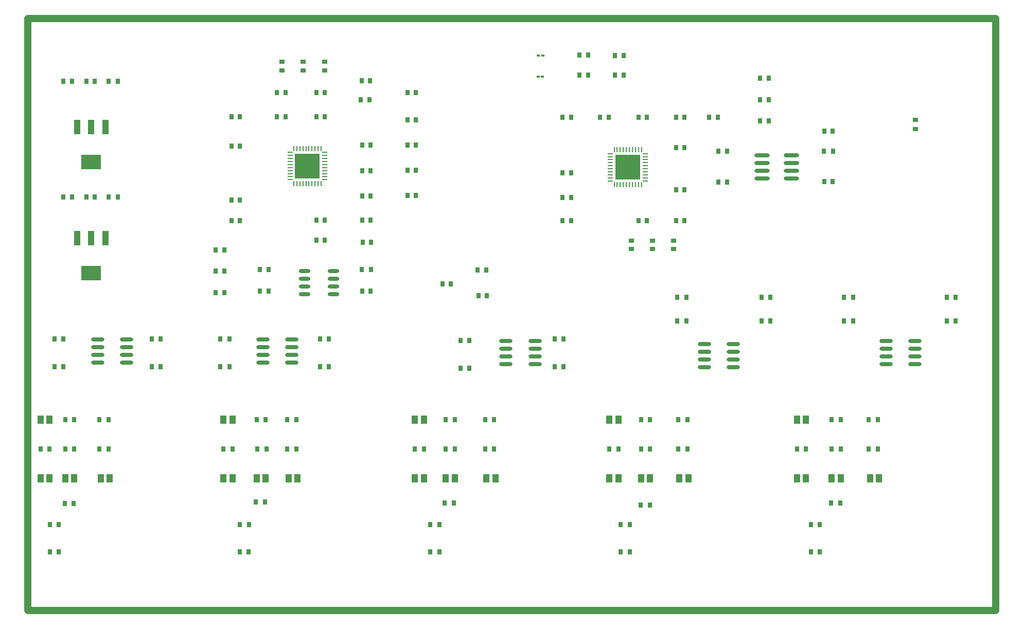
<source format=gtp>
G04 Layer_Color=8421504*
%FSLAX25Y25*%
%MOIN*%
G70*
G01*
G75*
%ADD10R,0.04331X0.05512*%
%ADD11R,0.02756X0.03543*%
%ADD12O,0.09843X0.02756*%
%ADD13O,0.08661X0.02362*%
%ADD14R,0.03543X0.02756*%
%ADD15R,0.03150X0.03543*%
%ADD16R,0.03543X0.03150*%
%ADD17R,0.01969X0.01181*%
%ADD18R,0.03937X0.09449*%
%ADD19R,0.12992X0.09449*%
%ADD20O,0.07480X0.02362*%
%ADD21R,0.16142X0.16142*%
%ADD22O,0.03740X0.00984*%
%ADD23O,0.00984X0.03740*%
%ADD25C,0.04724*%
D10*
X502953Y185500D02*
D03*
X497047D02*
D03*
X350547Y223500D02*
D03*
X356453D02*
D03*
X253953Y185500D02*
D03*
X248047D02*
D03*
X108047Y185500D02*
D03*
X113953D02*
D03*
X108047Y223500D02*
D03*
X113953D02*
D03*
X129953Y185500D02*
D03*
X124047D02*
D03*
X226547Y185500D02*
D03*
X232453D02*
D03*
X226547Y223500D02*
D03*
X232453D02*
D03*
X350547Y185500D02*
D03*
X356453D02*
D03*
X376453Y185500D02*
D03*
X370547D02*
D03*
X476547Y185500D02*
D03*
X482453D02*
D03*
X476547Y223500D02*
D03*
X482453D02*
D03*
X598047Y185500D02*
D03*
X603953D02*
D03*
X598047Y223500D02*
D03*
X603953D02*
D03*
X626453Y185500D02*
D03*
X620547D02*
D03*
X527853D02*
D03*
X521947D02*
D03*
X402753Y185500D02*
D03*
X396847D02*
D03*
X274640D02*
D03*
X268735D02*
D03*
X152940D02*
D03*
X147035D02*
D03*
X651253Y185500D02*
D03*
X645347D02*
D03*
D11*
X376453Y223500D02*
D03*
X370547D02*
D03*
X253953D02*
D03*
X248047D02*
D03*
X129953D02*
D03*
X124047D02*
D03*
X226547Y204500D02*
D03*
X232453D02*
D03*
X248547D02*
D03*
X254453D02*
D03*
X124047D02*
D03*
X129953D02*
D03*
X108047D02*
D03*
X113953D02*
D03*
X462953Y447000D02*
D03*
X457047D02*
D03*
X480047D02*
D03*
X485953D02*
D03*
X462953Y460000D02*
D03*
X457047D02*
D03*
X480047Y459500D02*
D03*
X485953D02*
D03*
X230453Y276000D02*
D03*
X224547D02*
D03*
X230453Y258000D02*
D03*
X224547D02*
D03*
X634453Y287500D02*
D03*
X628547D02*
D03*
X634453Y303000D02*
D03*
X628547D02*
D03*
X122953Y276000D02*
D03*
X117047D02*
D03*
X122953Y258000D02*
D03*
X117047D02*
D03*
X385953Y275000D02*
D03*
X380047D02*
D03*
X385953Y257000D02*
D03*
X380047D02*
D03*
X526453Y303000D02*
D03*
X520547D02*
D03*
X526453Y287500D02*
D03*
X520547D02*
D03*
X180047Y276000D02*
D03*
X185953D02*
D03*
Y258000D02*
D03*
X180047D02*
D03*
X119953Y155500D02*
D03*
X114047D02*
D03*
Y138000D02*
D03*
X119953D02*
D03*
X289047Y276000D02*
D03*
X294953D02*
D03*
Y258000D02*
D03*
X289047D02*
D03*
X243203Y155500D02*
D03*
X237297D02*
D03*
X237047Y138000D02*
D03*
X242953D02*
D03*
X612953Y155500D02*
D03*
X607047D02*
D03*
X607047Y138000D02*
D03*
X612953D02*
D03*
X695094Y303000D02*
D03*
X701000D02*
D03*
Y287500D02*
D03*
X695094D02*
D03*
X441047Y276000D02*
D03*
X446953D02*
D03*
X446953Y258000D02*
D03*
X441047D02*
D03*
X366453Y155500D02*
D03*
X360547D02*
D03*
Y138000D02*
D03*
X366453D02*
D03*
X575047Y303000D02*
D03*
X580953D02*
D03*
Y287500D02*
D03*
X575047D02*
D03*
X489703Y155500D02*
D03*
X483797D02*
D03*
X483797Y138000D02*
D03*
X489703D02*
D03*
X322197Y321000D02*
D03*
X316291D02*
D03*
X370547Y204500D02*
D03*
X376453D02*
D03*
X350547D02*
D03*
X356453D02*
D03*
X497047D02*
D03*
X502953D02*
D03*
X476547D02*
D03*
X482453D02*
D03*
X620547D02*
D03*
X626453D02*
D03*
Y223500D02*
D03*
X620547D02*
D03*
X598047Y204500D02*
D03*
X603953D02*
D03*
X158215Y368000D02*
D03*
X152309D02*
D03*
Y443000D02*
D03*
X158215D02*
D03*
X621453Y397500D02*
D03*
X615547D02*
D03*
X502853Y168400D02*
D03*
X496947D02*
D03*
X527065Y223500D02*
D03*
X521160D02*
D03*
X527065Y204500D02*
D03*
X521160D02*
D03*
X375753Y169500D02*
D03*
X369847D02*
D03*
X401965Y223500D02*
D03*
X396060D02*
D03*
X401965Y204500D02*
D03*
X396060D02*
D03*
X273853Y223500D02*
D03*
X267947D02*
D03*
X273853Y204500D02*
D03*
X267947D02*
D03*
X152153D02*
D03*
X146247D02*
D03*
X152153Y223500D02*
D03*
X146247D02*
D03*
X626153Y169500D02*
D03*
X620247D02*
D03*
X650465Y223500D02*
D03*
X644560D02*
D03*
X650465Y204500D02*
D03*
X644560D02*
D03*
X129653Y169300D02*
D03*
X123747D02*
D03*
X253453Y170300D02*
D03*
X247547D02*
D03*
X502953Y223500D02*
D03*
X497047D02*
D03*
D12*
X594646Y380000D02*
D03*
Y385000D02*
D03*
Y390000D02*
D03*
Y395000D02*
D03*
X575354Y380000D02*
D03*
Y385000D02*
D03*
Y390000D02*
D03*
Y395000D02*
D03*
D13*
X270913Y260500D02*
D03*
Y265500D02*
D03*
Y270500D02*
D03*
Y275500D02*
D03*
X252015Y260500D02*
D03*
Y265500D02*
D03*
Y270500D02*
D03*
Y275500D02*
D03*
X428449Y259500D02*
D03*
Y264500D02*
D03*
Y269500D02*
D03*
Y274500D02*
D03*
X409551Y259500D02*
D03*
Y264500D02*
D03*
Y269500D02*
D03*
Y274500D02*
D03*
X556949Y257500D02*
D03*
Y262500D02*
D03*
Y267500D02*
D03*
Y272500D02*
D03*
X538051Y257500D02*
D03*
Y262500D02*
D03*
Y267500D02*
D03*
Y272500D02*
D03*
X163949Y260500D02*
D03*
Y265500D02*
D03*
Y270500D02*
D03*
Y275500D02*
D03*
X145051Y260500D02*
D03*
Y265500D02*
D03*
Y270500D02*
D03*
Y275500D02*
D03*
X674579Y259500D02*
D03*
Y264500D02*
D03*
Y269500D02*
D03*
Y274500D02*
D03*
X655681Y259500D02*
D03*
Y264500D02*
D03*
Y269500D02*
D03*
Y274500D02*
D03*
D14*
X675000Y417953D02*
D03*
Y412047D02*
D03*
D15*
X128518Y368000D02*
D03*
X123006D02*
D03*
X137756D02*
D03*
X143268D02*
D03*
X446244Y367750D02*
D03*
X451756D02*
D03*
X261244Y435500D02*
D03*
X266756D02*
D03*
X292256D02*
D03*
X286744D02*
D03*
X261244Y420000D02*
D03*
X266756D02*
D03*
X574244Y444800D02*
D03*
X579756D02*
D03*
X574244Y431000D02*
D03*
X579756D02*
D03*
X574244Y417200D02*
D03*
X579756D02*
D03*
X351256Y418000D02*
D03*
X345744D02*
D03*
X316088Y443233D02*
D03*
X321600D02*
D03*
X351256Y435500D02*
D03*
X345744D02*
D03*
X316488Y307000D02*
D03*
X322000D02*
D03*
X255756D02*
D03*
X250244D02*
D03*
X255756Y321000D02*
D03*
X250244D02*
D03*
X321056Y430900D02*
D03*
X315544D02*
D03*
X237256Y420000D02*
D03*
X231744D02*
D03*
X351256Y385333D02*
D03*
X345744D02*
D03*
X322000Y385083D02*
D03*
X316488D02*
D03*
X351256Y369000D02*
D03*
X345744D02*
D03*
X292256Y340000D02*
D03*
X286744D02*
D03*
X292256Y353000D02*
D03*
X286744D02*
D03*
X322000D02*
D03*
X316488D02*
D03*
X322256Y338500D02*
D03*
X316744D02*
D03*
X397256Y304000D02*
D03*
X391744D02*
D03*
X391244Y320500D02*
D03*
X396756D02*
D03*
X368488Y311500D02*
D03*
X374000D02*
D03*
X227056Y306000D02*
D03*
X221544D02*
D03*
X227056Y319800D02*
D03*
X221544D02*
D03*
X227056Y333600D02*
D03*
X221544D02*
D03*
X525256Y419500D02*
D03*
X519744D02*
D03*
X495439Y419500D02*
D03*
X500951D02*
D03*
X525256Y400000D02*
D03*
X519744D02*
D03*
X552756Y377500D02*
D03*
X547244D02*
D03*
X615744Y378000D02*
D03*
X621256D02*
D03*
X470577Y419500D02*
D03*
X476089D02*
D03*
X451756Y419500D02*
D03*
X446244D02*
D03*
X500951Y352691D02*
D03*
X495439D02*
D03*
X519744D02*
D03*
X525256D02*
D03*
X525256Y372500D02*
D03*
X519744D02*
D03*
X621256Y410500D02*
D03*
X615744D02*
D03*
X286744Y420000D02*
D03*
X292256D02*
D03*
X546756Y419500D02*
D03*
X541244D02*
D03*
X322000Y401667D02*
D03*
X316488D02*
D03*
X345744D02*
D03*
X351256D02*
D03*
X322000Y368500D02*
D03*
X316488D02*
D03*
X123006Y443000D02*
D03*
X128518D02*
D03*
X143268D02*
D03*
X137756D02*
D03*
X231732Y366000D02*
D03*
X237244D02*
D03*
X237244Y401000D02*
D03*
X231732D02*
D03*
X446244Y352500D02*
D03*
X451756D02*
D03*
X446244Y383500D02*
D03*
X451756D02*
D03*
X552756Y397500D02*
D03*
X547244D02*
D03*
X231744Y352500D02*
D03*
X237256D02*
D03*
D16*
X490700Y334144D02*
D03*
Y339656D02*
D03*
X518300Y334144D02*
D03*
Y339656D02*
D03*
X264500Y450044D02*
D03*
Y455556D02*
D03*
X278300Y450044D02*
D03*
Y455556D02*
D03*
X292100Y450044D02*
D03*
Y455556D02*
D03*
X504500Y334144D02*
D03*
Y339656D02*
D03*
D17*
X433256Y446000D02*
D03*
X430500D02*
D03*
X433378Y459500D02*
D03*
X430622D02*
D03*
D18*
X150055Y341417D02*
D03*
X141000D02*
D03*
X131945D02*
D03*
Y413417D02*
D03*
X141000D02*
D03*
X150055D02*
D03*
D19*
X141000Y318583D02*
D03*
Y390583D02*
D03*
D20*
X297752Y305000D02*
D03*
Y310000D02*
D03*
Y315000D02*
D03*
Y320000D02*
D03*
X279248Y305000D02*
D03*
Y310000D02*
D03*
Y315000D02*
D03*
Y320000D02*
D03*
D21*
X488550Y387181D02*
D03*
X281000Y388000D02*
D03*
D22*
X499868Y396039D02*
D03*
Y394071D02*
D03*
Y392102D02*
D03*
Y390134D02*
D03*
Y388165D02*
D03*
Y386197D02*
D03*
Y384228D02*
D03*
Y382260D02*
D03*
Y380291D02*
D03*
Y378323D02*
D03*
X477231D02*
D03*
Y380291D02*
D03*
Y382260D02*
D03*
Y384228D02*
D03*
Y386197D02*
D03*
Y388165D02*
D03*
Y390134D02*
D03*
Y392102D02*
D03*
Y394071D02*
D03*
Y396039D02*
D03*
X269681Y396858D02*
D03*
Y394890D02*
D03*
Y392921D02*
D03*
Y390953D02*
D03*
Y388984D02*
D03*
Y387016D02*
D03*
Y385047D02*
D03*
Y383079D02*
D03*
Y381110D02*
D03*
Y379142D02*
D03*
X292319D02*
D03*
Y381110D02*
D03*
Y383079D02*
D03*
Y385047D02*
D03*
Y387016D02*
D03*
Y388984D02*
D03*
Y390953D02*
D03*
Y392921D02*
D03*
Y394890D02*
D03*
Y396858D02*
D03*
D23*
X497408Y375862D02*
D03*
X495439D02*
D03*
X493471D02*
D03*
X491502D02*
D03*
X489534D02*
D03*
X487565D02*
D03*
X485597D02*
D03*
X483628D02*
D03*
X481660D02*
D03*
X479691D02*
D03*
Y398500D02*
D03*
X481660D02*
D03*
X483628D02*
D03*
X485597D02*
D03*
X487565D02*
D03*
X489534D02*
D03*
X491502D02*
D03*
X493471D02*
D03*
X495439D02*
D03*
X497408D02*
D03*
X289858Y399319D02*
D03*
X287890D02*
D03*
X285921D02*
D03*
X283953D02*
D03*
X281984D02*
D03*
X280016D02*
D03*
X278047D02*
D03*
X276079D02*
D03*
X274110D02*
D03*
X272142D02*
D03*
Y376681D02*
D03*
X274110D02*
D03*
X276079D02*
D03*
X278047D02*
D03*
X280016D02*
D03*
X281984D02*
D03*
X283953D02*
D03*
X285921D02*
D03*
X287890D02*
D03*
X289858D02*
D03*
D25*
X100000Y100000D02*
X727000D01*
Y483500D01*
X100000D02*
X727000D01*
X100000Y100000D02*
Y483500D01*
M02*

</source>
